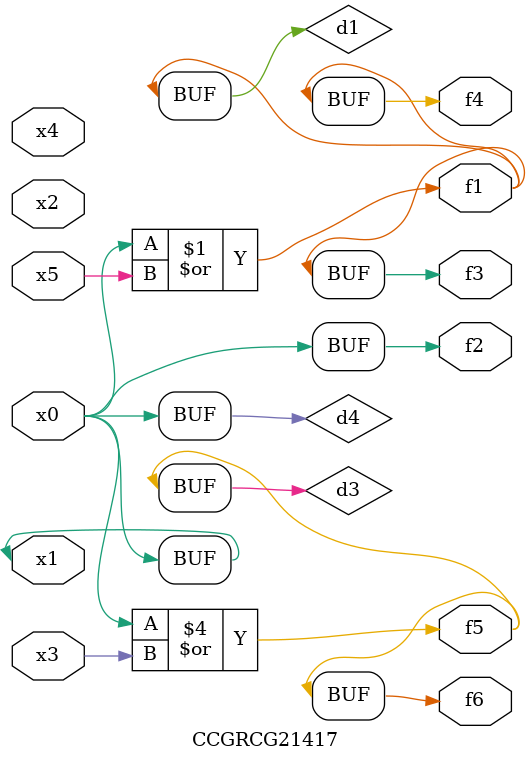
<source format=v>
module CCGRCG21417(
	input x0, x1, x2, x3, x4, x5,
	output f1, f2, f3, f4, f5, f6
);

	wire d1, d2, d3, d4;

	or (d1, x0, x5);
	xnor (d2, x1, x4);
	or (d3, x0, x3);
	buf (d4, x0, x1);
	assign f1 = d1;
	assign f2 = d4;
	assign f3 = d1;
	assign f4 = d1;
	assign f5 = d3;
	assign f6 = d3;
endmodule

</source>
